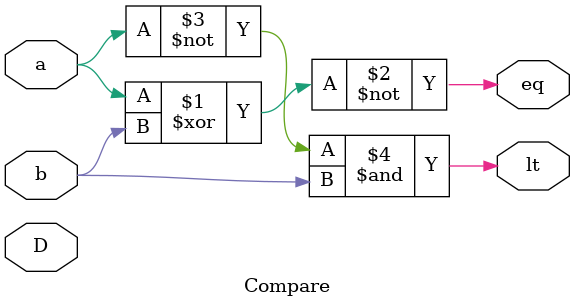
<source format=v>
`timescale 1ns / 1ps


module Compare(
    input a, b, D, 
    output eq, lt
    );
    
    assign eq = ~(a ^ b); 
    assign lt = (~a & b); 
    
endmodule

</source>
